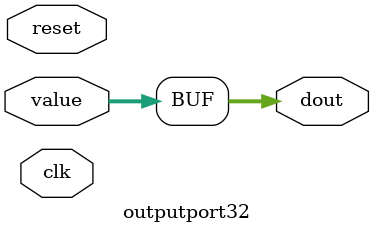
<source format=v>
`default_nettype none

module outputport32
  #(
    parameter WIDTH = 32
    )
   (
    input wire 		   clk,
    input wire 		   reset,

    output wire [WIDTH-1:0] dout,
    input wire signed [WIDTH-1:0] value
    );

   assign dout = value;
  
endmodule

`default_nettype wire

</source>
